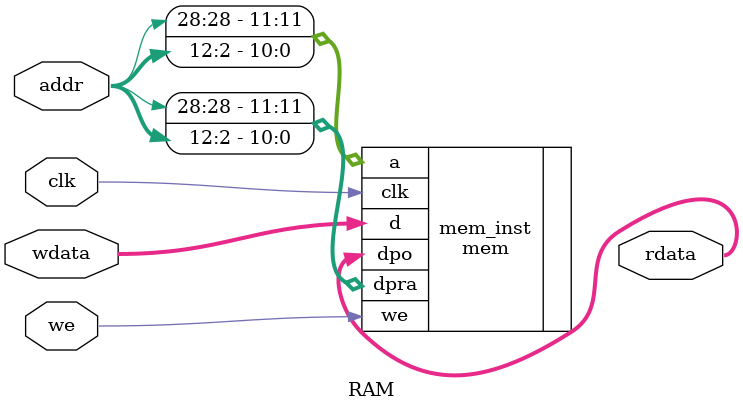
<source format=v>
module RAM (
    input wire clk,
    input wire we,
    input wire[31:0] addr,
    input wire[31:0] wdata,

    output wire[31:0] rdata
);

    mem mem_inst(
        .clk(clk),
        .we(we),
        .a({addr[28], addr[12:2]}),
        .dpra({addr[28], addr[12:2]}),
        .dpo(rdata),
        .d(wdata)
    );
endmodule
</source>
